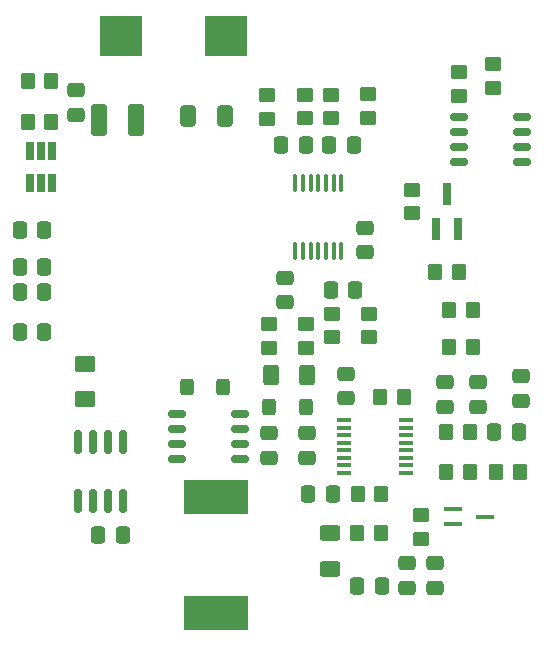
<source format=gbr>
%TF.GenerationSoftware,KiCad,Pcbnew,7.0.9*%
%TF.CreationDate,2024-03-25T16:43:34-04:00*%
%TF.ProjectId,charging_on_the_pad,63686172-6769-46e6-975f-6f6e5f746865,rev?*%
%TF.SameCoordinates,Original*%
%TF.FileFunction,Paste,Bot*%
%TF.FilePolarity,Positive*%
%FSLAX46Y46*%
G04 Gerber Fmt 4.6, Leading zero omitted, Abs format (unit mm)*
G04 Created by KiCad (PCBNEW 7.0.9) date 2024-03-25 16:43:34*
%MOMM*%
%LPD*%
G01*
G04 APERTURE LIST*
G04 Aperture macros list*
%AMRoundRect*
0 Rectangle with rounded corners*
0 $1 Rounding radius*
0 $2 $3 $4 $5 $6 $7 $8 $9 X,Y pos of 4 corners*
0 Add a 4 corners polygon primitive as box body*
4,1,4,$2,$3,$4,$5,$6,$7,$8,$9,$2,$3,0*
0 Add four circle primitives for the rounded corners*
1,1,$1+$1,$2,$3*
1,1,$1+$1,$4,$5*
1,1,$1+$1,$6,$7*
1,1,$1+$1,$8,$9*
0 Add four rect primitives between the rounded corners*
20,1,$1+$1,$2,$3,$4,$5,0*
20,1,$1+$1,$4,$5,$6,$7,0*
20,1,$1+$1,$6,$7,$8,$9,0*
20,1,$1+$1,$8,$9,$2,$3,0*%
G04 Aperture macros list end*
%ADD10RoundRect,0.250000X-0.350000X-0.450000X0.350000X-0.450000X0.350000X0.450000X-0.350000X0.450000X0*%
%ADD11RoundRect,0.250000X0.350000X0.450000X-0.350000X0.450000X-0.350000X-0.450000X0.350000X-0.450000X0*%
%ADD12RoundRect,0.250000X-0.475000X0.337500X-0.475000X-0.337500X0.475000X-0.337500X0.475000X0.337500X0*%
%ADD13RoundRect,0.250000X0.450000X-0.350000X0.450000X0.350000X-0.450000X0.350000X-0.450000X-0.350000X0*%
%ADD14RoundRect,0.250000X-0.337500X-0.475000X0.337500X-0.475000X0.337500X0.475000X-0.337500X0.475000X0*%
%ADD15RoundRect,0.250000X-0.450000X0.350000X-0.450000X-0.350000X0.450000X-0.350000X0.450000X0.350000X0*%
%ADD16RoundRect,0.250000X0.475000X-0.337500X0.475000X0.337500X-0.475000X0.337500X-0.475000X-0.337500X0*%
%ADD17R,3.550000X3.500000*%
%ADD18R,1.200000X0.400000*%
%ADD19RoundRect,0.250000X-0.400000X-0.625000X0.400000X-0.625000X0.400000X0.625000X-0.400000X0.625000X0*%
%ADD20RoundRect,0.300000X-0.300000X-0.400000X0.300000X-0.400000X0.300000X0.400000X-0.300000X0.400000X0*%
%ADD21RoundRect,0.250000X-0.412500X-0.650000X0.412500X-0.650000X0.412500X0.650000X-0.412500X0.650000X0*%
%ADD22RoundRect,0.250000X-0.625000X0.400000X-0.625000X-0.400000X0.625000X-0.400000X0.625000X0.400000X0*%
%ADD23RoundRect,0.250000X0.337500X0.475000X-0.337500X0.475000X-0.337500X-0.475000X0.337500X-0.475000X0*%
%ADD24R,0.800000X1.900000*%
%ADD25R,1.500000X0.450000*%
%ADD26RoundRect,0.150000X0.150000X-0.825000X0.150000X0.825000X-0.150000X0.825000X-0.150000X-0.825000X0*%
%ADD27RoundRect,0.300000X0.300000X0.400000X-0.300000X0.400000X-0.300000X-0.400000X0.300000X-0.400000X0*%
%ADD28RoundRect,0.250000X0.412500X1.100000X-0.412500X1.100000X-0.412500X-1.100000X0.412500X-1.100000X0*%
%ADD29RoundRect,0.150000X-0.600000X-0.150000X0.600000X-0.150000X0.600000X0.150000X-0.600000X0.150000X0*%
%ADD30RoundRect,0.150000X0.600000X0.150000X-0.600000X0.150000X-0.600000X-0.150000X0.600000X-0.150000X0*%
%ADD31RoundRect,0.100000X0.100000X-0.637500X0.100000X0.637500X-0.100000X0.637500X-0.100000X-0.637500X0*%
%ADD32RoundRect,0.250001X0.624999X-0.462499X0.624999X0.462499X-0.624999X0.462499X-0.624999X-0.462499X0*%
%ADD33R,0.650000X1.560000*%
%ADD34R,5.400000X2.900000*%
G04 APERTURE END LIST*
D10*
%TO.C,R11*%
X172101400Y-118429000D03*
X174101400Y-118429000D03*
%TD*%
D11*
%TO.C,R15*%
X169834200Y-115050800D03*
X167834200Y-115050800D03*
%TD*%
D12*
%TO.C,C11*%
X167716600Y-110863700D03*
X167716600Y-112938700D03*
%TD*%
D13*
%TO.C,R29*%
X158165800Y-107055150D03*
X158165800Y-105055150D03*
%TD*%
D14*
%TO.C,C4*%
X138383100Y-123827950D03*
X140458100Y-123827950D03*
%TD*%
D15*
%TO.C,R39*%
X171805600Y-83937600D03*
X171805600Y-85937600D03*
%TD*%
D16*
%TO.C,C14*%
X164497200Y-128254900D03*
X164497200Y-126179900D03*
%TD*%
D17*
%TO.C,L3*%
X140277250Y-81508600D03*
X149227250Y-81508600D03*
%TD*%
D11*
%TO.C,R40*%
X170113932Y-104724200D03*
X168113932Y-104724200D03*
%TD*%
D14*
%TO.C,C8*%
X156163500Y-120334000D03*
X158238500Y-120334000D03*
%TD*%
D18*
%TO.C,U3*%
X164433000Y-114060200D03*
X164433000Y-114695200D03*
X164433000Y-115330200D03*
X164433000Y-115965200D03*
X164433000Y-116600200D03*
X164433000Y-117235200D03*
X164433000Y-117870200D03*
X164433000Y-118505200D03*
X159233000Y-118505200D03*
X159233000Y-117870200D03*
X159233000Y-117235200D03*
X159233000Y-116600200D03*
X159233000Y-115965200D03*
X159233000Y-115330200D03*
X159233000Y-114695200D03*
X159233000Y-114060200D03*
%TD*%
D19*
%TO.C,R24*%
X152995700Y-110261400D03*
X156095700Y-110261400D03*
%TD*%
D20*
%TO.C,D5*%
X145867600Y-111252000D03*
X148967600Y-111252000D03*
%TD*%
D15*
%TO.C,R38*%
X168961532Y-84623400D03*
X168961532Y-86623400D03*
%TD*%
D21*
%TO.C,R23*%
X145986100Y-88290400D03*
X149111100Y-88290400D03*
%TD*%
D22*
%TO.C,R16*%
X157988400Y-123584600D03*
X157988400Y-126684600D03*
%TD*%
D23*
%TO.C,C12*%
X173986500Y-115050800D03*
X171911500Y-115050800D03*
%TD*%
D14*
%TO.C,C22*%
X131757600Y-103251000D03*
X133832600Y-103251000D03*
%TD*%
D24*
%TO.C,Q7*%
X168844732Y-97918400D03*
X166944732Y-97918400D03*
X167894732Y-94918400D03*
%TD*%
D14*
%TO.C,C18*%
X131753700Y-97942400D03*
X133828700Y-97942400D03*
%TD*%
D15*
%TO.C,R28*%
X161340800Y-105055150D03*
X161340800Y-107055150D03*
%TD*%
%TO.C,R35*%
X152679400Y-86563950D03*
X152679400Y-88563950D03*
%TD*%
D25*
%TO.C,Q1*%
X168443600Y-122900200D03*
X168443600Y-121600200D03*
X171103600Y-122250200D03*
%TD*%
D26*
%TO.C,U2*%
X140512800Y-120904000D03*
X139242800Y-120904000D03*
X137972800Y-120904000D03*
X136702800Y-120904000D03*
X136702800Y-115954000D03*
X137972800Y-115954000D03*
X139242800Y-115954000D03*
X140512800Y-115954000D03*
%TD*%
D27*
%TO.C,D4*%
X155957400Y-112917200D03*
X152857400Y-112917200D03*
%TD*%
D16*
%TO.C,C5*%
X152832200Y-117256700D03*
X152832200Y-115181700D03*
%TD*%
D28*
%TO.C,C27*%
X141541900Y-88646000D03*
X138416900Y-88646000D03*
%TD*%
D16*
%TO.C,C7*%
X156058000Y-117256700D03*
X156058000Y-115181700D03*
%TD*%
D23*
%TO.C,C34*%
X160037600Y-90805000D03*
X157962600Y-90805000D03*
%TD*%
D29*
%TO.C,Q8*%
X168904732Y-89706400D03*
X168904732Y-90976400D03*
X168904732Y-92246400D03*
X168904732Y-88436400D03*
X174265732Y-88436400D03*
X174265732Y-89706400D03*
X174265732Y-90976400D03*
X174265732Y-92246400D03*
%TD*%
D23*
%TO.C,C32*%
X160143100Y-103032550D03*
X158068100Y-103032550D03*
%TD*%
D12*
%TO.C,C10*%
X174218600Y-110366900D03*
X174218600Y-112441900D03*
%TD*%
D11*
%TO.C,R13*%
X162315800Y-123610600D03*
X160315800Y-123610600D03*
%TD*%
%TO.C,R37*%
X168894732Y-101498400D03*
X166894732Y-101498400D03*
%TD*%
D14*
%TO.C,C16*%
X131753700Y-101117400D03*
X133828700Y-101117400D03*
%TD*%
D12*
%TO.C,C33*%
X154228800Y-102035700D03*
X154228800Y-104110700D03*
%TD*%
%TO.C,C6*%
X159385400Y-110148600D03*
X159385400Y-112223600D03*
%TD*%
D15*
%TO.C,R34*%
X155879800Y-86513150D03*
X155879800Y-88513150D03*
%TD*%
D12*
%TO.C,C31*%
X161010600Y-97792850D03*
X161010600Y-99867850D03*
%TD*%
D10*
%TO.C,R12*%
X160341200Y-120334000D03*
X162341200Y-120334000D03*
%TD*%
D30*
%TO.C,Q2*%
X150386200Y-116078000D03*
X150386200Y-114808000D03*
X150386200Y-113538000D03*
X150386200Y-117348000D03*
X145025200Y-117348000D03*
X145025200Y-116078000D03*
X145025200Y-114808000D03*
X145025200Y-113538000D03*
%TD*%
D15*
%TO.C,R33*%
X158089600Y-86513150D03*
X158089600Y-88513150D03*
%TD*%
D31*
%TO.C,U7*%
X158972800Y-99722850D03*
X158322800Y-99722850D03*
X157672800Y-99722850D03*
X157022800Y-99722850D03*
X156372800Y-99722850D03*
X155722800Y-99722850D03*
X155072800Y-99722850D03*
X155072800Y-93997850D03*
X155722800Y-93997850D03*
X156372800Y-93997850D03*
X157022800Y-93997850D03*
X157672800Y-93997850D03*
X158322800Y-93997850D03*
X158972800Y-93997850D03*
%TD*%
D32*
%TO.C,F1*%
X137287000Y-112282300D03*
X137287000Y-109307300D03*
%TD*%
D15*
%TO.C,R9*%
X165710000Y-122139200D03*
X165710000Y-124139200D03*
%TD*%
D33*
%TO.C,U5*%
X134503200Y-94009200D03*
X133553200Y-94009200D03*
X132603200Y-94009200D03*
X132603200Y-91309200D03*
X133553200Y-91309200D03*
X134503200Y-91309200D03*
%TD*%
D15*
%TO.C,R31*%
X152857200Y-105959400D03*
X152857200Y-107959400D03*
%TD*%
D12*
%TO.C,C25*%
X136499600Y-86160700D03*
X136499600Y-88235700D03*
%TD*%
D11*
%TO.C,R22*%
X134426200Y-88823800D03*
X132426200Y-88823800D03*
%TD*%
D15*
%TO.C,R36*%
X164922932Y-94554800D03*
X164922932Y-96554800D03*
%TD*%
D10*
%TO.C,R10*%
X167859600Y-118429000D03*
X169859600Y-118429000D03*
%TD*%
D34*
%TO.C,L1*%
X148361800Y-120540200D03*
X148361800Y-130440200D03*
%TD*%
D10*
%TO.C,R14*%
X162283800Y-112125000D03*
X164283800Y-112125000D03*
%TD*%
D13*
%TO.C,R30*%
X155981400Y-107959400D03*
X155981400Y-105959400D03*
%TD*%
D16*
%TO.C,C9*%
X170535600Y-112924500D03*
X170535600Y-110849500D03*
%TD*%
D11*
%TO.C,R21*%
X134426200Y-85344000D03*
X132426200Y-85344000D03*
%TD*%
D14*
%TO.C,C20*%
X131757600Y-106629200D03*
X133832600Y-106629200D03*
%TD*%
%TO.C,C35*%
X153902500Y-90779600D03*
X155977500Y-90779600D03*
%TD*%
D11*
%TO.C,R41*%
X170113200Y-107873800D03*
X168113200Y-107873800D03*
%TD*%
D23*
%TO.C,C15*%
X162404100Y-128106400D03*
X160329100Y-128106400D03*
%TD*%
D13*
%TO.C,R32*%
X161239200Y-88487750D03*
X161239200Y-86487750D03*
%TD*%
D16*
%TO.C,C13*%
X166903400Y-128266100D03*
X166903400Y-126191100D03*
%TD*%
M02*

</source>
